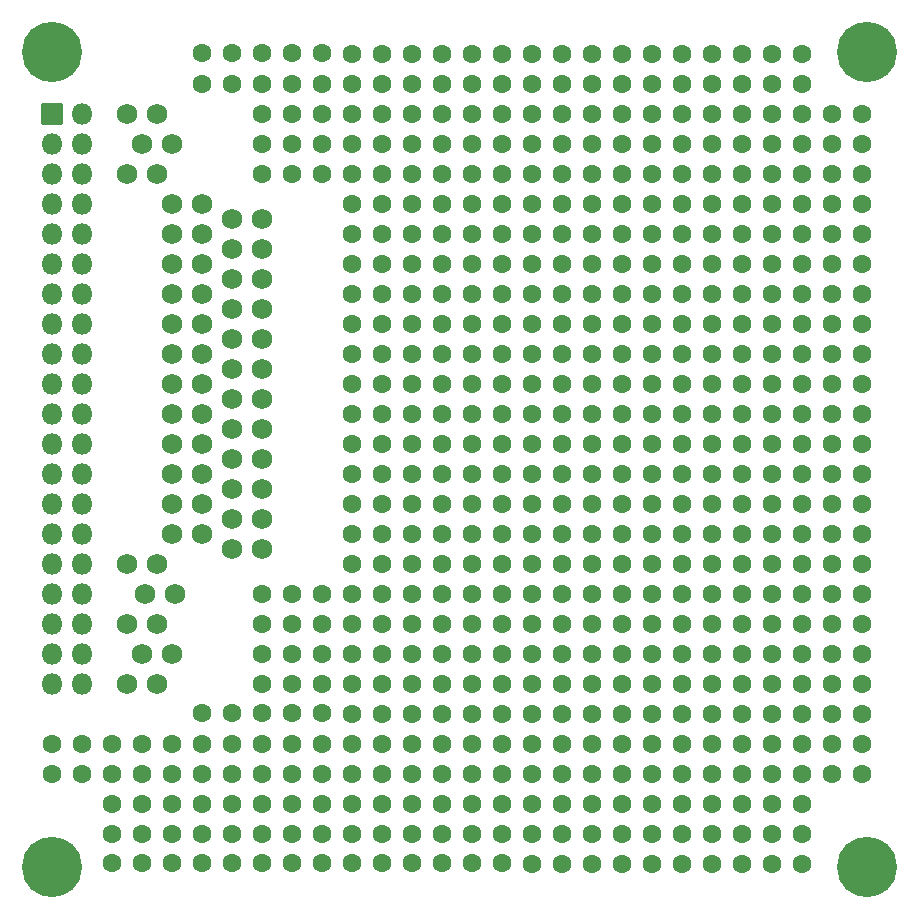
<source format=gbr>
%TF.GenerationSoftware,KiCad,Pcbnew,(6.0.1)*%
%TF.CreationDate,2023-02-05T21:11:55-08:00*%
%TF.ProjectId,ESP32 Carrier Protoboard - R1,45535033-3220-4436-9172-726965722050,rev?*%
%TF.SameCoordinates,Original*%
%TF.FileFunction,Soldermask,Bot*%
%TF.FilePolarity,Negative*%
%FSLAX46Y46*%
G04 Gerber Fmt 4.6, Leading zero omitted, Abs format (unit mm)*
G04 Created by KiCad (PCBNEW (6.0.1)) date 2023-02-05 21:11:55*
%MOMM*%
%LPD*%
G01*
G04 APERTURE LIST*
G04 Aperture macros list*
%AMRoundRect*
0 Rectangle with rounded corners*
0 $1 Rounding radius*
0 $2 $3 $4 $5 $6 $7 $8 $9 X,Y pos of 4 corners*
0 Add a 4 corners polygon primitive as box body*
4,1,4,$2,$3,$4,$5,$6,$7,$8,$9,$2,$3,0*
0 Add four circle primitives for the rounded corners*
1,1,$1+$1,$2,$3*
1,1,$1+$1,$4,$5*
1,1,$1+$1,$6,$7*
1,1,$1+$1,$8,$9*
0 Add four rect primitives between the rounded corners*
20,1,$1+$1,$2,$3,$4,$5,0*
20,1,$1+$1,$4,$5,$6,$7,0*
20,1,$1+$1,$6,$7,$8,$9,0*
20,1,$1+$1,$8,$9,$2,$3,0*%
G04 Aperture macros list end*
%ADD10C,1.600000*%
%ADD11C,1.751000*%
%ADD12C,0.900000*%
%ADD13C,5.100000*%
%ADD14RoundRect,0.050000X-0.850000X-0.850000X0.850000X-0.850000X0.850000X0.850000X-0.850000X0.850000X0*%
%ADD15O,1.800000X1.800000*%
G04 APERTURE END LIST*
D10*
%TO.C,REF\u002A\u002A*%
X63974988Y-3153100D03*
%TD*%
%TO.C,REF\u002A\u002A*%
X58894988Y-3153100D03*
%TD*%
%TO.C,REF\u002A\u002A*%
X66514988Y-3153100D03*
%TD*%
%TO.C,REF\u002A\u002A*%
X61434988Y-3153100D03*
%TD*%
%TO.C,REF\u002A\u002A*%
X63974988Y-5693100D03*
%TD*%
%TO.C,REF\u002A\u002A*%
X58894988Y-5693100D03*
%TD*%
%TO.C,REF\u002A\u002A*%
X66514988Y-5693100D03*
%TD*%
%TO.C,REF\u002A\u002A*%
X61434988Y-5693100D03*
%TD*%
%TO.C,REF\u002A\u002A*%
X18218699Y-3121725D03*
%TD*%
%TO.C,REF\u002A\u002A*%
X23298699Y-3121725D03*
%TD*%
%TO.C,REF\u002A\u002A*%
X15678699Y-3121725D03*
%TD*%
%TO.C,REF\u002A\u002A*%
X20758699Y-3121725D03*
%TD*%
%TO.C,REF\u002A\u002A*%
X25838699Y-3121725D03*
%TD*%
%TO.C,REF\u002A\u002A*%
X18254988Y-5693100D03*
%TD*%
%TO.C,REF\u002A\u002A*%
X23334988Y-5693100D03*
%TD*%
%TO.C,REF\u002A\u002A*%
X15714988Y-5693100D03*
%TD*%
%TO.C,REF\u002A\u002A*%
X20794988Y-5693100D03*
%TD*%
%TO.C,REF\u002A\u002A*%
X25874988Y-5693100D03*
%TD*%
%TO.C,REF\u002A\u002A*%
X20758699Y-8212925D03*
%TD*%
%TO.C,REF\u002A\u002A*%
X23298699Y-8212925D03*
%TD*%
%TO.C,REF\u002A\u002A*%
X25838699Y-8212925D03*
%TD*%
%TO.C,REF\u002A\u002A*%
X20758699Y-10745127D03*
%TD*%
%TO.C,REF\u002A\u002A*%
X23298699Y-10745127D03*
%TD*%
%TO.C,REF\u002A\u002A*%
X25838699Y-10745127D03*
%TD*%
%TO.C,REF\u002A\u002A*%
X20794988Y-13313100D03*
%TD*%
%TO.C,REF\u002A\u002A*%
X23334988Y-13313100D03*
%TD*%
%TO.C,REF\u002A\u002A*%
X25874988Y-13313100D03*
%TD*%
%TO.C,REF\u002A\u002A*%
X20794988Y-48873100D03*
%TD*%
%TO.C,REF\u002A\u002A*%
X23334988Y-48873100D03*
%TD*%
%TO.C,REF\u002A\u002A*%
X25874988Y-48873100D03*
%TD*%
%TO.C,REF\u002A\u002A*%
X20794988Y-51413100D03*
%TD*%
%TO.C,REF\u002A\u002A*%
X23334988Y-51413100D03*
%TD*%
%TO.C,REF\u002A\u002A*%
X25874988Y-51413100D03*
%TD*%
%TO.C,REF\u002A\u002A*%
X20794988Y-53953100D03*
%TD*%
%TO.C,REF\u002A\u002A*%
X23334988Y-53953100D03*
%TD*%
%TO.C,REF\u002A\u002A*%
X25874988Y-53953100D03*
%TD*%
%TO.C,REF\u002A\u002A*%
X20794988Y-56493100D03*
%TD*%
%TO.C,REF\u002A\u002A*%
X23334988Y-56493100D03*
%TD*%
%TO.C,REF\u002A\u002A*%
X25874988Y-56493100D03*
%TD*%
%TO.C,REF\u002A\u002A*%
X10634988Y-61573100D03*
%TD*%
%TO.C,REF\u002A\u002A*%
X8094988Y-61573100D03*
%TD*%
%TO.C,REF\u002A\u002A*%
X5554988Y-61573100D03*
%TD*%
%TO.C,REF\u002A\u002A*%
X3014988Y-61573100D03*
%TD*%
%TO.C,REF\u002A\u002A*%
X13174988Y-61573100D03*
%TD*%
%TO.C,REF\u002A\u002A*%
X10634988Y-64113100D03*
%TD*%
%TO.C,REF\u002A\u002A*%
X8094988Y-64113100D03*
%TD*%
%TO.C,REF\u002A\u002A*%
X5554988Y-64113100D03*
%TD*%
%TO.C,REF\u002A\u002A*%
X3014988Y-64113100D03*
%TD*%
%TO.C,REF\u002A\u002A*%
X13174988Y-64113100D03*
%TD*%
%TO.C,REF\u002A\u002A*%
X23303165Y-58950754D03*
%TD*%
%TO.C,REF\u002A\u002A*%
X20763165Y-58950754D03*
%TD*%
%TO.C,REF\u002A\u002A*%
X18223165Y-58950754D03*
%TD*%
%TO.C,REF\u002A\u002A*%
X15683165Y-58950754D03*
%TD*%
%TO.C,REF\u002A\u002A*%
X25843165Y-58950754D03*
%TD*%
%TO.C,REF\u002A\u002A*%
X23334988Y-61573100D03*
%TD*%
%TO.C,REF\u002A\u002A*%
X20794988Y-61573100D03*
%TD*%
%TO.C,REF\u002A\u002A*%
X18254988Y-61573100D03*
%TD*%
%TO.C,REF\u002A\u002A*%
X15714988Y-61573100D03*
%TD*%
%TO.C,REF\u002A\u002A*%
X25874988Y-61573100D03*
%TD*%
%TO.C,REF\u002A\u002A*%
X23334988Y-64113100D03*
%TD*%
%TO.C,REF\u002A\u002A*%
X20794988Y-64113100D03*
%TD*%
%TO.C,REF\u002A\u002A*%
X18254988Y-64113100D03*
%TD*%
%TO.C,REF\u002A\u002A*%
X15714988Y-64113100D03*
%TD*%
%TO.C,REF\u002A\u002A*%
X25874988Y-64113100D03*
%TD*%
%TO.C,REF\u002A\u002A*%
X56354988Y-3153100D03*
%TD*%
%TO.C,REF\u002A\u002A*%
X43654988Y-3153100D03*
%TD*%
%TO.C,REF\u002A\u002A*%
X46194988Y-5693100D03*
%TD*%
%TO.C,REF\u002A\u002A*%
X43654988Y-5693100D03*
%TD*%
%TO.C,REF\u002A\u002A*%
X46194988Y-3153100D03*
%TD*%
%TO.C,REF\u002A\u002A*%
X48734988Y-5693100D03*
%TD*%
%TO.C,REF\u002A\u002A*%
X51274988Y-3153100D03*
%TD*%
%TO.C,REF\u002A\u002A*%
X48734988Y-3153100D03*
%TD*%
%TO.C,REF\u002A\u002A*%
X53814988Y-5693100D03*
%TD*%
%TO.C,REF\u002A\u002A*%
X51274988Y-5693100D03*
%TD*%
%TO.C,REF\u002A\u002A*%
X56354988Y-5693100D03*
%TD*%
%TO.C,REF\u002A\u002A*%
X53814988Y-3153100D03*
%TD*%
%TO.C,REF\u002A\u002A*%
X30954988Y-3153100D03*
%TD*%
%TO.C,REF\u002A\u002A*%
X33494988Y-5693100D03*
%TD*%
%TO.C,REF\u002A\u002A*%
X41114988Y-3153100D03*
%TD*%
%TO.C,REF\u002A\u002A*%
X30954988Y-5693100D03*
%TD*%
%TO.C,REF\u002A\u002A*%
X38574988Y-5693100D03*
%TD*%
%TO.C,REF\u002A\u002A*%
X33494988Y-3153100D03*
%TD*%
%TO.C,REF\u002A\u002A*%
X28414988Y-3153100D03*
%TD*%
%TO.C,REF\u002A\u002A*%
X28414988Y-5693100D03*
%TD*%
%TO.C,REF\u002A\u002A*%
X36034988Y-3153100D03*
%TD*%
%TO.C,REF\u002A\u002A*%
X41114988Y-5693100D03*
%TD*%
%TO.C,REF\u002A\u002A*%
X38574988Y-3153100D03*
%TD*%
%TO.C,REF\u002A\u002A*%
X36034988Y-5693100D03*
%TD*%
%TO.C,REF\u002A\u002A*%
X33494988Y-64113100D03*
%TD*%
%TO.C,REF\u002A\u002A*%
X36034988Y-64113100D03*
%TD*%
%TO.C,REF\u002A\u002A*%
X38574988Y-64113100D03*
%TD*%
%TO.C,REF\u002A\u002A*%
X28414988Y-64113100D03*
%TD*%
%TO.C,REF\u002A\u002A*%
X30954988Y-64113100D03*
%TD*%
%TO.C,REF\u002A\u002A*%
X41114988Y-64113100D03*
%TD*%
%TO.C,REF\u002A\u002A*%
X69054988Y-64113100D03*
%TD*%
%TO.C,REF\u002A\u002A*%
X51274988Y-64113100D03*
%TD*%
%TO.C,REF\u002A\u002A*%
X48734988Y-64113100D03*
%TD*%
%TO.C,REF\u002A\u002A*%
X58894988Y-64113100D03*
%TD*%
%TO.C,REF\u002A\u002A*%
X53814988Y-64113100D03*
%TD*%
%TO.C,REF\u002A\u002A*%
X71594988Y-64113100D03*
%TD*%
%TO.C,REF\u002A\u002A*%
X66514988Y-64113100D03*
%TD*%
%TO.C,REF\u002A\u002A*%
X46194988Y-64113100D03*
%TD*%
%TO.C,REF\u002A\u002A*%
X61434988Y-64113100D03*
%TD*%
%TO.C,REF\u002A\u002A*%
X63974988Y-64113100D03*
%TD*%
%TO.C,REF\u002A\u002A*%
X43654988Y-64113100D03*
%TD*%
%TO.C,REF\u002A\u002A*%
X56354988Y-64113100D03*
%TD*%
%TO.C,REF\u002A\u002A*%
X41114988Y-8233100D03*
%TD*%
%TO.C,REF\u002A\u002A*%
X28414988Y-8233100D03*
%TD*%
%TO.C,REF\u002A\u002A*%
X30954988Y-10773100D03*
%TD*%
%TO.C,REF\u002A\u002A*%
X28414988Y-10773100D03*
%TD*%
%TO.C,REF\u002A\u002A*%
X30954988Y-8233100D03*
%TD*%
%TO.C,REF\u002A\u002A*%
X33494988Y-10773100D03*
%TD*%
%TO.C,REF\u002A\u002A*%
X36034988Y-8233100D03*
%TD*%
%TO.C,REF\u002A\u002A*%
X33494988Y-8233100D03*
%TD*%
%TO.C,REF\u002A\u002A*%
X38574988Y-10773100D03*
%TD*%
%TO.C,REF\u002A\u002A*%
X33494988Y-23473100D03*
%TD*%
%TO.C,REF\u002A\u002A*%
X41114988Y-23473100D03*
%TD*%
%TO.C,REF\u002A\u002A*%
X30954988Y-18393100D03*
%TD*%
%TO.C,REF\u002A\u002A*%
X33494988Y-20933100D03*
%TD*%
%TO.C,REF\u002A\u002A*%
X38574988Y-23473100D03*
%TD*%
%TO.C,REF\u002A\u002A*%
X41114988Y-13313100D03*
%TD*%
%TO.C,REF\u002A\u002A*%
X36034988Y-10773100D03*
%TD*%
%TO.C,REF\u002A\u002A*%
X41114988Y-10773100D03*
%TD*%
%TO.C,REF\u002A\u002A*%
X38574988Y-8233100D03*
%TD*%
%TO.C,REF\u002A\u002A*%
X38574988Y-18393100D03*
%TD*%
%TO.C,REF\u002A\u002A*%
X41114988Y-20933100D03*
%TD*%
%TO.C,REF\u002A\u002A*%
X36034988Y-23473100D03*
%TD*%
%TO.C,REF\u002A\u002A*%
X30954988Y-15853100D03*
%TD*%
%TO.C,REF\u002A\u002A*%
X28414988Y-13313100D03*
%TD*%
%TO.C,REF\u002A\u002A*%
X30954988Y-20933100D03*
%TD*%
%TO.C,REF\u002A\u002A*%
X36034988Y-15853100D03*
%TD*%
%TO.C,REF\u002A\u002A*%
X28414988Y-20933100D03*
%TD*%
%TO.C,REF\u002A\u002A*%
X33494988Y-18393100D03*
%TD*%
%TO.C,REF\u002A\u002A*%
X28414988Y-15853100D03*
%TD*%
%TO.C,REF\u002A\u002A*%
X36034988Y-20933100D03*
%TD*%
%TO.C,REF\u002A\u002A*%
X30954988Y-13313100D03*
%TD*%
%TO.C,REF\u002A\u002A*%
X38574988Y-20933100D03*
%TD*%
%TO.C,REF\u002A\u002A*%
X28414988Y-23473100D03*
%TD*%
%TO.C,REF\u002A\u002A*%
X41114988Y-15853100D03*
%TD*%
%TO.C,REF\u002A\u002A*%
X30954988Y-23473100D03*
%TD*%
%TO.C,REF\u002A\u002A*%
X33494988Y-15853100D03*
%TD*%
%TO.C,REF\u002A\u002A*%
X41114988Y-18393100D03*
%TD*%
%TO.C,REF\u002A\u002A*%
X38574988Y-13313100D03*
%TD*%
%TO.C,REF\u002A\u002A*%
X33494988Y-13313100D03*
%TD*%
%TO.C,REF\u002A\u002A*%
X36034988Y-13313100D03*
%TD*%
%TO.C,REF\u002A\u002A*%
X28414988Y-18393100D03*
%TD*%
%TO.C,REF\u002A\u002A*%
X38574988Y-15853100D03*
%TD*%
%TO.C,REF\u002A\u002A*%
X36034988Y-18393100D03*
%TD*%
%TO.C,REF\u002A\u002A*%
X33494988Y-36173100D03*
%TD*%
%TO.C,REF\u002A\u002A*%
X30954988Y-31093100D03*
%TD*%
%TO.C,REF\u002A\u002A*%
X33494988Y-46333100D03*
%TD*%
%TO.C,REF\u002A\u002A*%
X38574988Y-41253100D03*
%TD*%
%TO.C,REF\u002A\u002A*%
X41114988Y-48873100D03*
%TD*%
%TO.C,REF\u002A\u002A*%
X38574988Y-36173100D03*
%TD*%
%TO.C,REF\u002A\u002A*%
X41114988Y-36173100D03*
%TD*%
%TO.C,REF\u002A\u002A*%
X30954988Y-43793100D03*
%TD*%
%TO.C,REF\u002A\u002A*%
X41114988Y-53953100D03*
%TD*%
%TO.C,REF\u002A\u002A*%
X33494988Y-33633100D03*
%TD*%
%TO.C,REF\u002A\u002A*%
X36034988Y-46333100D03*
%TD*%
%TO.C,REF\u002A\u002A*%
X28414988Y-43793100D03*
%TD*%
%TO.C,REF\u002A\u002A*%
X41114988Y-26013100D03*
%TD*%
%TO.C,REF\u002A\u002A*%
X36034988Y-43793100D03*
%TD*%
%TO.C,REF\u002A\u002A*%
X36034988Y-51413100D03*
%TD*%
%TO.C,REF\u002A\u002A*%
X30954988Y-46333100D03*
%TD*%
%TO.C,REF\u002A\u002A*%
X41114988Y-38713100D03*
%TD*%
%TO.C,REF\u002A\u002A*%
X36034988Y-48873100D03*
%TD*%
%TO.C,REF\u002A\u002A*%
X30954988Y-51413100D03*
%TD*%
%TO.C,REF\u002A\u002A*%
X41114988Y-46333100D03*
%TD*%
%TO.C,REF\u002A\u002A*%
X33494988Y-43793100D03*
%TD*%
%TO.C,REF\u002A\u002A*%
X33494988Y-59033100D03*
%TD*%
%TO.C,REF\u002A\u002A*%
X33494988Y-53953100D03*
%TD*%
%TO.C,REF\u002A\u002A*%
X28414988Y-51413100D03*
%TD*%
%TO.C,REF\u002A\u002A*%
X38574988Y-31093100D03*
%TD*%
%TO.C,REF\u002A\u002A*%
X38574988Y-51413100D03*
%TD*%
%TO.C,REF\u002A\u002A*%
X36034988Y-61573100D03*
%TD*%
%TO.C,REF\u002A\u002A*%
X33494988Y-61573100D03*
%TD*%
%TO.C,REF\u002A\u002A*%
X30954988Y-36173100D03*
%TD*%
%TO.C,REF\u002A\u002A*%
X41114988Y-33633100D03*
%TD*%
%TO.C,REF\u002A\u002A*%
X28414988Y-41253100D03*
%TD*%
%TO.C,REF\u002A\u002A*%
X28414988Y-28553100D03*
%TD*%
%TO.C,REF\u002A\u002A*%
X28414988Y-36173100D03*
%TD*%
%TO.C,REF\u002A\u002A*%
X41114988Y-28553100D03*
%TD*%
%TO.C,REF\u002A\u002A*%
X30954988Y-33633100D03*
%TD*%
%TO.C,REF\u002A\u002A*%
X30954988Y-59033100D03*
%TD*%
%TO.C,REF\u002A\u002A*%
X36034988Y-36173100D03*
%TD*%
%TO.C,REF\u002A\u002A*%
X30954988Y-56493100D03*
%TD*%
%TO.C,REF\u002A\u002A*%
X30954988Y-53953100D03*
%TD*%
%TO.C,REF\u002A\u002A*%
X41114988Y-51413100D03*
%TD*%
%TO.C,REF\u002A\u002A*%
X30954988Y-38713100D03*
%TD*%
%TO.C,REF\u002A\u002A*%
X38574988Y-46333100D03*
%TD*%
%TO.C,REF\u002A\u002A*%
X36034988Y-33633100D03*
%TD*%
%TO.C,REF\u002A\u002A*%
X30954988Y-26013100D03*
%TD*%
%TO.C,REF\u002A\u002A*%
X36034988Y-59033100D03*
%TD*%
%TO.C,REF\u002A\u002A*%
X38574988Y-48873100D03*
%TD*%
%TO.C,REF\u002A\u002A*%
X30954988Y-41253100D03*
%TD*%
%TO.C,REF\u002A\u002A*%
X36034988Y-28553100D03*
%TD*%
%TO.C,REF\u002A\u002A*%
X38574988Y-61573100D03*
%TD*%
%TO.C,REF\u002A\u002A*%
X33494988Y-28553100D03*
%TD*%
%TO.C,REF\u002A\u002A*%
X28414988Y-59033100D03*
%TD*%
%TO.C,REF\u002A\u002A*%
X38574988Y-59033100D03*
%TD*%
%TO.C,REF\u002A\u002A*%
X33494988Y-48873100D03*
%TD*%
%TO.C,REF\u002A\u002A*%
X30954988Y-28553100D03*
%TD*%
%TO.C,REF\u002A\u002A*%
X36034988Y-56493100D03*
%TD*%
%TO.C,REF\u002A\u002A*%
X41114988Y-41253100D03*
%TD*%
%TO.C,REF\u002A\u002A*%
X36034988Y-41253100D03*
%TD*%
%TO.C,REF\u002A\u002A*%
X41114988Y-43793100D03*
%TD*%
%TO.C,REF\u002A\u002A*%
X28414988Y-56493100D03*
%TD*%
%TO.C,REF\u002A\u002A*%
X33494988Y-31093100D03*
%TD*%
%TO.C,REF\u002A\u002A*%
X33494988Y-51413100D03*
%TD*%
%TO.C,REF\u002A\u002A*%
X38574988Y-56493100D03*
%TD*%
%TO.C,REF\u002A\u002A*%
X33494988Y-41253100D03*
%TD*%
%TO.C,REF\u002A\u002A*%
X38574988Y-33633100D03*
%TD*%
%TO.C,REF\u002A\u002A*%
X28414988Y-33633100D03*
%TD*%
%TO.C,REF\u002A\u002A*%
X33494988Y-38713100D03*
%TD*%
%TO.C,REF\u002A\u002A*%
X28414988Y-38713100D03*
%TD*%
%TO.C,REF\u002A\u002A*%
X28414988Y-46333100D03*
%TD*%
%TO.C,REF\u002A\u002A*%
X28414988Y-26013100D03*
%TD*%
%TO.C,REF\u002A\u002A*%
X30954988Y-61573100D03*
%TD*%
%TO.C,REF\u002A\u002A*%
X28414988Y-48873100D03*
%TD*%
%TO.C,REF\u002A\u002A*%
X33494988Y-56493100D03*
%TD*%
%TO.C,REF\u002A\u002A*%
X28414988Y-53953100D03*
%TD*%
%TO.C,REF\u002A\u002A*%
X41114988Y-31093100D03*
%TD*%
%TO.C,REF\u002A\u002A*%
X38574988Y-28553100D03*
%TD*%
%TO.C,REF\u002A\u002A*%
X41114988Y-56493100D03*
%TD*%
%TO.C,REF\u002A\u002A*%
X38574988Y-43793100D03*
%TD*%
%TO.C,REF\u002A\u002A*%
X36034988Y-26013100D03*
%TD*%
%TO.C,REF\u002A\u002A*%
X36034988Y-38713100D03*
%TD*%
%TO.C,REF\u002A\u002A*%
X38574988Y-38713100D03*
%TD*%
%TO.C,REF\u002A\u002A*%
X28414988Y-31093100D03*
%TD*%
%TO.C,REF\u002A\u002A*%
X28414988Y-61573100D03*
%TD*%
%TO.C,REF\u002A\u002A*%
X30954988Y-48873100D03*
%TD*%
%TO.C,REF\u002A\u002A*%
X41114988Y-61573100D03*
%TD*%
%TO.C,REF\u002A\u002A*%
X36034988Y-53953100D03*
%TD*%
%TO.C,REF\u002A\u002A*%
X38574988Y-26013100D03*
%TD*%
%TO.C,REF\u002A\u002A*%
X41114988Y-59033100D03*
%TD*%
%TO.C,REF\u002A\u002A*%
X33494988Y-26013100D03*
%TD*%
%TO.C,REF\u002A\u002A*%
X36034988Y-31093100D03*
%TD*%
%TO.C,REF\u002A\u002A*%
X38574988Y-53953100D03*
%TD*%
%TO.C,REF\u002A\u002A*%
X63974988Y-8233100D03*
%TD*%
%TO.C,REF\u002A\u002A*%
X56354988Y-8233100D03*
%TD*%
%TO.C,REF\u002A\u002A*%
X69054988Y-8233100D03*
%TD*%
%TO.C,REF\u002A\u002A*%
X69054988Y-10773100D03*
%TD*%
%TO.C,REF\u002A\u002A*%
X71594988Y-10773100D03*
%TD*%
%TO.C,REF\u002A\u002A*%
X61434988Y-10773100D03*
%TD*%
%TO.C,REF\u002A\u002A*%
X61434988Y-8233100D03*
%TD*%
%TO.C,REF\u002A\u002A*%
X58894988Y-8233100D03*
%TD*%
%TO.C,REF\u002A\u002A*%
X46194988Y-10773100D03*
%TD*%
%TO.C,REF\u002A\u002A*%
X43654988Y-8233100D03*
%TD*%
%TO.C,REF\u002A\u002A*%
X66514988Y-8233100D03*
%TD*%
%TO.C,REF\u002A\u002A*%
X58894988Y-10773100D03*
%TD*%
%TO.C,REF\u002A\u002A*%
X51274988Y-10773100D03*
%TD*%
%TO.C,REF\u002A\u002A*%
X63974988Y-10773100D03*
%TD*%
%TO.C,REF\u002A\u002A*%
X43654988Y-10773100D03*
%TD*%
%TO.C,REF\u002A\u002A*%
X46194988Y-8233100D03*
%TD*%
%TO.C,REF\u002A\u002A*%
X56354988Y-10773100D03*
%TD*%
%TO.C,REF\u002A\u002A*%
X48734988Y-10773100D03*
%TD*%
%TO.C,REF\u002A\u002A*%
X53814988Y-8233100D03*
%TD*%
%TO.C,REF\u002A\u002A*%
X48734988Y-8233100D03*
%TD*%
%TO.C,REF\u002A\u002A*%
X51274988Y-8233100D03*
%TD*%
%TO.C,REF\u002A\u002A*%
X71594988Y-8233100D03*
%TD*%
%TO.C,REF\u002A\u002A*%
X66514988Y-10773100D03*
%TD*%
%TO.C,REF\u002A\u002A*%
X53814988Y-10773100D03*
%TD*%
%TO.C,REF\u002A\u002A*%
X66514988Y-18393100D03*
%TD*%
%TO.C,REF\u002A\u002A*%
X48734988Y-23473100D03*
%TD*%
%TO.C,REF\u002A\u002A*%
X46194988Y-18393100D03*
%TD*%
%TO.C,REF\u002A\u002A*%
X63974988Y-13313100D03*
%TD*%
%TO.C,REF\u002A\u002A*%
X53814988Y-23473100D03*
%TD*%
%TO.C,REF\u002A\u002A*%
X56354988Y-23473100D03*
%TD*%
%TO.C,REF\u002A\u002A*%
X66514988Y-23473100D03*
%TD*%
%TO.C,REF\u002A\u002A*%
X63974988Y-18393100D03*
%TD*%
%TO.C,REF\u002A\u002A*%
X69054988Y-15853100D03*
%TD*%
%TO.C,REF\u002A\u002A*%
X61434988Y-18393100D03*
%TD*%
%TO.C,REF\u002A\u002A*%
X48734988Y-20933100D03*
%TD*%
%TO.C,REF\u002A\u002A*%
X71594988Y-18393100D03*
%TD*%
%TO.C,REF\u002A\u002A*%
X56354988Y-13313100D03*
%TD*%
%TO.C,REF\u002A\u002A*%
X61434988Y-23473100D03*
%TD*%
%TO.C,REF\u002A\u002A*%
X69054988Y-13313100D03*
%TD*%
%TO.C,REF\u002A\u002A*%
X58894988Y-18393100D03*
%TD*%
%TO.C,REF\u002A\u002A*%
X53814988Y-18393100D03*
%TD*%
%TO.C,REF\u002A\u002A*%
X63974988Y-20933100D03*
%TD*%
%TO.C,REF\u002A\u002A*%
X71594988Y-15853100D03*
%TD*%
%TO.C,REF\u002A\u002A*%
X66514988Y-20933100D03*
%TD*%
%TO.C,REF\u002A\u002A*%
X61434988Y-15853100D03*
%TD*%
%TO.C,REF\u002A\u002A*%
X46194988Y-23473100D03*
%TD*%
%TO.C,REF\u002A\u002A*%
X61434988Y-13313100D03*
%TD*%
%TO.C,REF\u002A\u002A*%
X56354988Y-20933100D03*
%TD*%
%TO.C,REF\u002A\u002A*%
X43654988Y-15853100D03*
%TD*%
%TO.C,REF\u002A\u002A*%
X58894988Y-15853100D03*
%TD*%
%TO.C,REF\u002A\u002A*%
X43654988Y-23473100D03*
%TD*%
%TO.C,REF\u002A\u002A*%
X56354988Y-15853100D03*
%TD*%
%TO.C,REF\u002A\u002A*%
X46194988Y-20933100D03*
%TD*%
%TO.C,REF\u002A\u002A*%
X58894988Y-20933100D03*
%TD*%
%TO.C,REF\u002A\u002A*%
X51274988Y-23473100D03*
%TD*%
%TO.C,REF\u002A\u002A*%
X69054988Y-23473100D03*
%TD*%
%TO.C,REF\u002A\u002A*%
X51274988Y-20933100D03*
%TD*%
%TO.C,REF\u002A\u002A*%
X46194988Y-13313100D03*
%TD*%
%TO.C,REF\u002A\u002A*%
X51274988Y-15853100D03*
%TD*%
%TO.C,REF\u002A\u002A*%
X71594988Y-23473100D03*
%TD*%
%TO.C,REF\u002A\u002A*%
X71594988Y-20933100D03*
%TD*%
%TO.C,REF\u002A\u002A*%
X48734988Y-15853100D03*
%TD*%
%TO.C,REF\u002A\u002A*%
X58894988Y-13313100D03*
%TD*%
%TO.C,REF\u002A\u002A*%
X46194988Y-15853100D03*
%TD*%
%TO.C,REF\u002A\u002A*%
X66514988Y-13313100D03*
%TD*%
%TO.C,REF\u002A\u002A*%
X48734988Y-18393100D03*
%TD*%
%TO.C,REF\u002A\u002A*%
X53814988Y-20933100D03*
%TD*%
%TO.C,REF\u002A\u002A*%
X43654988Y-20933100D03*
%TD*%
%TO.C,REF\u002A\u002A*%
X43654988Y-13313100D03*
%TD*%
%TO.C,REF\u002A\u002A*%
X63974988Y-15853100D03*
%TD*%
%TO.C,REF\u002A\u002A*%
X61434988Y-20933100D03*
%TD*%
%TO.C,REF\u002A\u002A*%
X56354988Y-18393100D03*
%TD*%
%TO.C,REF\u002A\u002A*%
X53814988Y-15853100D03*
%TD*%
%TO.C,REF\u002A\u002A*%
X58894988Y-23473100D03*
%TD*%
%TO.C,REF\u002A\u002A*%
X69054988Y-20933100D03*
%TD*%
%TO.C,REF\u002A\u002A*%
X51274988Y-13313100D03*
%TD*%
%TO.C,REF\u002A\u002A*%
X43654988Y-18393100D03*
%TD*%
%TO.C,REF\u002A\u002A*%
X71594988Y-13313100D03*
%TD*%
%TO.C,REF\u002A\u002A*%
X53814988Y-13313100D03*
%TD*%
%TO.C,REF\u002A\u002A*%
X66514988Y-15853100D03*
%TD*%
%TO.C,REF\u002A\u002A*%
X63974988Y-23473100D03*
%TD*%
%TO.C,REF\u002A\u002A*%
X48734988Y-13313100D03*
%TD*%
%TO.C,REF\u002A\u002A*%
X51274988Y-18393100D03*
%TD*%
%TO.C,REF\u002A\u002A*%
X69054988Y-18393100D03*
%TD*%
%TO.C,REF\u002A\u002A*%
X66514988Y-31093100D03*
%TD*%
%TO.C,REF\u002A\u002A*%
X48734988Y-36173100D03*
%TD*%
%TO.C,REF\u002A\u002A*%
X46194988Y-31093100D03*
%TD*%
%TO.C,REF\u002A\u002A*%
X48734988Y-46333100D03*
%TD*%
%TO.C,REF\u002A\u002A*%
X63974988Y-26013100D03*
%TD*%
%TO.C,REF\u002A\u002A*%
X53814988Y-36173100D03*
%TD*%
%TO.C,REF\u002A\u002A*%
X63974988Y-56493100D03*
%TD*%
%TO.C,REF\u002A\u002A*%
X56354988Y-26013100D03*
%TD*%
%TO.C,REF\u002A\u002A*%
X63974988Y-31093100D03*
%TD*%
%TO.C,REF\u002A\u002A*%
X56354988Y-48873100D03*
%TD*%
%TO.C,REF\u002A\u002A*%
X69054988Y-28553100D03*
%TD*%
%TO.C,REF\u002A\u002A*%
X63974988Y-38713100D03*
%TD*%
%TO.C,REF\u002A\u002A*%
X56354988Y-36173100D03*
%TD*%
%TO.C,REF\u002A\u002A*%
X66514988Y-36173100D03*
%TD*%
%TO.C,REF\u002A\u002A*%
X71594988Y-53953100D03*
%TD*%
%TO.C,REF\u002A\u002A*%
X46194988Y-43793100D03*
%TD*%
%TO.C,REF\u002A\u002A*%
X43654988Y-43793100D03*
%TD*%
%TO.C,REF\u002A\u002A*%
X56354988Y-53953100D03*
%TD*%
%TO.C,REF\u002A\u002A*%
X48734988Y-33633100D03*
%TD*%
%TO.C,REF\u002A\u002A*%
X53814988Y-41253100D03*
%TD*%
%TO.C,REF\u002A\u002A*%
X71594988Y-31093100D03*
%TD*%
%TO.C,REF\u002A\u002A*%
X63974988Y-41253100D03*
%TD*%
%TO.C,REF\u002A\u002A*%
X51274988Y-43793100D03*
%TD*%
%TO.C,REF\u002A\u002A*%
X66514988Y-59033100D03*
%TD*%
%TO.C,REF\u002A\u002A*%
X51274988Y-46333100D03*
%TD*%
%TO.C,REF\u002A\u002A*%
X61434988Y-31093100D03*
%TD*%
%TO.C,REF\u002A\u002A*%
X63974988Y-33633100D03*
%TD*%
%TO.C,REF\u002A\u002A*%
X51274988Y-51413100D03*
%TD*%
%TO.C,REF\u002A\u002A*%
X53814988Y-51413100D03*
%TD*%
%TO.C,REF\u002A\u002A*%
X63974988Y-51413100D03*
%TD*%
%TO.C,REF\u002A\u002A*%
X71594988Y-28553100D03*
%TD*%
%TO.C,REF\u002A\u002A*%
X56354988Y-46333100D03*
%TD*%
%TO.C,REF\u002A\u002A*%
X61434988Y-36173100D03*
%TD*%
%TO.C,REF\u002A\u002A*%
X43654988Y-51413100D03*
%TD*%
%TO.C,REF\u002A\u002A*%
X48734988Y-43793100D03*
%TD*%
%TO.C,REF\u002A\u002A*%
X71594988Y-48873100D03*
%TD*%
%TO.C,REF\u002A\u002A*%
X58894988Y-38713100D03*
%TD*%
%TO.C,REF\u002A\u002A*%
X69054988Y-61573100D03*
%TD*%
%TO.C,REF\u002A\u002A*%
X51274988Y-48873100D03*
%TD*%
%TO.C,REF\u002A\u002A*%
X58894988Y-31093100D03*
%TD*%
%TO.C,REF\u002A\u002A*%
X48734988Y-53953100D03*
%TD*%
%TO.C,REF\u002A\u002A*%
X58894988Y-48873100D03*
%TD*%
%TO.C,REF\u002A\u002A*%
X69054988Y-26013100D03*
%TD*%
%TO.C,REF\u002A\u002A*%
X56354988Y-38713100D03*
%TD*%
%TO.C,REF\u002A\u002A*%
X46194988Y-46333100D03*
%TD*%
%TO.C,REF\u002A\u002A*%
X51274988Y-61573100D03*
%TD*%
%TO.C,REF\u002A\u002A*%
X69054988Y-53953100D03*
%TD*%
%TO.C,REF\u002A\u002A*%
X48734988Y-59033100D03*
%TD*%
%TO.C,REF\u002A\u002A*%
X46194988Y-51413100D03*
%TD*%
%TO.C,REF\u002A\u002A*%
X58894988Y-53953100D03*
%TD*%
%TO.C,REF\u002A\u002A*%
X71594988Y-41253100D03*
%TD*%
%TO.C,REF\u002A\u002A*%
X53814988Y-31093100D03*
%TD*%
%TO.C,REF\u002A\u002A*%
X48734988Y-61573100D03*
%TD*%
%TO.C,REF\u002A\u002A*%
X61434988Y-28553100D03*
%TD*%
%TO.C,REF\u002A\u002A*%
X46194988Y-36173100D03*
%TD*%
%TO.C,REF\u002A\u002A*%
X61434988Y-48873100D03*
%TD*%
%TO.C,REF\u002A\u002A*%
X66514988Y-33633100D03*
%TD*%
%TO.C,REF\u002A\u002A*%
X46194988Y-56493100D03*
%TD*%
%TO.C,REF\u002A\u002A*%
X51274988Y-36173100D03*
%TD*%
%TO.C,REF\u002A\u002A*%
X61434988Y-26013100D03*
%TD*%
%TO.C,REF\u002A\u002A*%
X71594988Y-56493100D03*
%TD*%
%TO.C,REF\u002A\u002A*%
X69054988Y-56493100D03*
%TD*%
%TO.C,REF\u002A\u002A*%
X66514988Y-38713100D03*
%TD*%
%TO.C,REF\u002A\u002A*%
X46194988Y-38713100D03*
%TD*%
%TO.C,REF\u002A\u002A*%
X56354988Y-28553100D03*
%TD*%
%TO.C,REF\u002A\u002A*%
X66514988Y-41253100D03*
%TD*%
%TO.C,REF\u002A\u002A*%
X61434988Y-53953100D03*
%TD*%
%TO.C,REF\u002A\u002A*%
X46194988Y-33633100D03*
%TD*%
%TO.C,REF\u002A\u002A*%
X56354988Y-33633100D03*
%TD*%
%TO.C,REF\u002A\u002A*%
X69054988Y-36173100D03*
%TD*%
%TO.C,REF\u002A\u002A*%
X43654988Y-36173100D03*
%TD*%
%TO.C,REF\u002A\u002A*%
X53814988Y-46333100D03*
%TD*%
%TO.C,REF\u002A\u002A*%
X66514988Y-56493100D03*
%TD*%
%TO.C,REF\u002A\u002A*%
X46194988Y-59033100D03*
%TD*%
%TO.C,REF\u002A\u002A*%
X61434988Y-51413100D03*
%TD*%
%TO.C,REF\u002A\u002A*%
X51274988Y-33633100D03*
%TD*%
%TO.C,REF\u002A\u002A*%
X58894988Y-33633100D03*
%TD*%
%TO.C,REF\u002A\u002A*%
X61434988Y-38713100D03*
%TD*%
%TO.C,REF\u002A\u002A*%
X46194988Y-53953100D03*
%TD*%
%TO.C,REF\u002A\u002A*%
X61434988Y-43793100D03*
%TD*%
%TO.C,REF\u002A\u002A*%
X58894988Y-61573100D03*
%TD*%
%TO.C,REF\u002A\u002A*%
X43654988Y-41253100D03*
%TD*%
%TO.C,REF\u002A\u002A*%
X56354988Y-51413100D03*
%TD*%
%TO.C,REF\u002A\u002A*%
X69054988Y-41253100D03*
%TD*%
%TO.C,REF\u002A\u002A*%
X58894988Y-28553100D03*
%TD*%
%TO.C,REF\u002A\u002A*%
X43654988Y-28553100D03*
%TD*%
%TO.C,REF\u002A\u002A*%
X71594988Y-61573100D03*
%TD*%
%TO.C,REF\u002A\u002A*%
X46194988Y-26013100D03*
%TD*%
%TO.C,REF\u002A\u002A*%
X58894988Y-56493100D03*
%TD*%
%TO.C,REF\u002A\u002A*%
X51274988Y-59033100D03*
%TD*%
%TO.C,REF\u002A\u002A*%
X53814988Y-48873100D03*
%TD*%
%TO.C,REF\u002A\u002A*%
X51274988Y-28553100D03*
%TD*%
%TO.C,REF\u002A\u002A*%
X71594988Y-43793100D03*
%TD*%
%TO.C,REF\u002A\u002A*%
X48734988Y-48873100D03*
%TD*%
%TO.C,REF\u002A\u002A*%
X69054988Y-38713100D03*
%TD*%
%TO.C,REF\u002A\u002A*%
X53814988Y-59033100D03*
%TD*%
%TO.C,REF\u002A\u002A*%
X46194988Y-28553100D03*
%TD*%
%TO.C,REF\u002A\u002A*%
X69054988Y-46333100D03*
%TD*%
%TO.C,REF\u002A\u002A*%
X46194988Y-41253100D03*
%TD*%
%TO.C,REF\u002A\u002A*%
X66514988Y-51413100D03*
%TD*%
%TO.C,REF\u002A\u002A*%
X53814988Y-61573100D03*
%TD*%
%TO.C,REF\u002A\u002A*%
X63974988Y-43793100D03*
%TD*%
%TO.C,REF\u002A\u002A*%
X48734988Y-28553100D03*
%TD*%
%TO.C,REF\u002A\u002A*%
X71594988Y-36173100D03*
%TD*%
%TO.C,REF\u002A\u002A*%
X58894988Y-26013100D03*
%TD*%
%TO.C,REF\u002A\u002A*%
X69054988Y-51413100D03*
%TD*%
%TO.C,REF\u002A\u002A*%
X43654988Y-59033100D03*
%TD*%
%TO.C,REF\u002A\u002A*%
X58894988Y-59033100D03*
%TD*%
%TO.C,REF\u002A\u002A*%
X71594988Y-33633100D03*
%TD*%
%TO.C,REF\u002A\u002A*%
X51274988Y-53953100D03*
%TD*%
%TO.C,REF\u002A\u002A*%
X69054988Y-31093100D03*
%TD*%
%TO.C,REF\u002A\u002A*%
X51274988Y-31093100D03*
%TD*%
%TO.C,REF\u002A\u002A*%
X53814988Y-53953100D03*
%TD*%
%TO.C,REF\u002A\u002A*%
X48734988Y-26013100D03*
%TD*%
%TO.C,REF\u002A\u002A*%
X63974988Y-46333100D03*
%TD*%
%TO.C,REF\u002A\u002A*%
X53814988Y-26013100D03*
%TD*%
%TO.C,REF\u002A\u002A*%
X61434988Y-41253100D03*
%TD*%
%TO.C,REF\u002A\u002A*%
X66514988Y-28553100D03*
%TD*%
%TO.C,REF\u002A\u002A*%
X56354988Y-59033100D03*
%TD*%
%TO.C,REF\u002A\u002A*%
X71594988Y-26013100D03*
%TD*%
%TO.C,REF\u002A\u002A*%
X61434988Y-46333100D03*
%TD*%
%TO.C,REF\u002A\u002A*%
X63974988Y-36173100D03*
%TD*%
%TO.C,REF\u002A\u002A*%
X51274988Y-56493100D03*
%TD*%
%TO.C,REF\u002A\u002A*%
X56354988Y-41253100D03*
%TD*%
%TO.C,REF\u002A\u002A*%
X51274988Y-41253100D03*
%TD*%
%TO.C,REF\u002A\u002A*%
X56354988Y-43793100D03*
%TD*%
%TO.C,REF\u002A\u002A*%
X43654988Y-46333100D03*
%TD*%
%TO.C,REF\u002A\u002A*%
X66514988Y-43793100D03*
%TD*%
%TO.C,REF\u002A\u002A*%
X66514988Y-48873100D03*
%TD*%
%TO.C,REF\u002A\u002A*%
X66514988Y-26013100D03*
%TD*%
%TO.C,REF\u002A\u002A*%
X48734988Y-51413100D03*
%TD*%
%TO.C,REF\u002A\u002A*%
X53814988Y-33633100D03*
%TD*%
%TO.C,REF\u002A\u002A*%
X43654988Y-38713100D03*
%TD*%
%TO.C,REF\u002A\u002A*%
X66514988Y-53953100D03*
%TD*%
%TO.C,REF\u002A\u002A*%
X58894988Y-43793100D03*
%TD*%
%TO.C,REF\u002A\u002A*%
X53814988Y-56493100D03*
%TD*%
%TO.C,REF\u002A\u002A*%
X71594988Y-38713100D03*
%TD*%
%TO.C,REF\u002A\u002A*%
X48734988Y-41253100D03*
%TD*%
%TO.C,REF\u002A\u002A*%
X43654988Y-26013100D03*
%TD*%
%TO.C,REF\u002A\u002A*%
X63974988Y-53953100D03*
%TD*%
%TO.C,REF\u002A\u002A*%
X43654988Y-56493100D03*
%TD*%
%TO.C,REF\u002A\u002A*%
X71594988Y-51413100D03*
%TD*%
%TO.C,REF\u002A\u002A*%
X69054988Y-48873100D03*
%TD*%
%TO.C,REF\u002A\u002A*%
X48734988Y-38713100D03*
%TD*%
%TO.C,REF\u002A\u002A*%
X66514988Y-61573100D03*
%TD*%
%TO.C,REF\u002A\u002A*%
X63974988Y-28553100D03*
%TD*%
%TO.C,REF\u002A\u002A*%
X58894988Y-51413100D03*
%TD*%
%TO.C,REF\u002A\u002A*%
X43654988Y-33633100D03*
%TD*%
%TO.C,REF\u002A\u002A*%
X48734988Y-31093100D03*
%TD*%
%TO.C,REF\u002A\u002A*%
X46194988Y-61573100D03*
%TD*%
%TO.C,REF\u002A\u002A*%
X58894988Y-46333100D03*
%TD*%
%TO.C,REF\u002A\u002A*%
X63974988Y-59033100D03*
%TD*%
%TO.C,REF\u002A\u002A*%
X43654988Y-48873100D03*
%TD*%
%TO.C,REF\u002A\u002A*%
X61434988Y-61573100D03*
%TD*%
%TO.C,REF\u002A\u002A*%
X61434988Y-59033100D03*
%TD*%
%TO.C,REF\u002A\u002A*%
X48734988Y-56493100D03*
%TD*%
%TO.C,REF\u002A\u002A*%
X69054988Y-43793100D03*
%TD*%
%TO.C,REF\u002A\u002A*%
X61434988Y-33633100D03*
%TD*%
%TO.C,REF\u002A\u002A*%
X71594988Y-46333100D03*
%TD*%
%TO.C,REF\u002A\u002A*%
X69054988Y-59033100D03*
%TD*%
%TO.C,REF\u002A\u002A*%
X43654988Y-53953100D03*
%TD*%
%TO.C,REF\u002A\u002A*%
X58894988Y-36173100D03*
%TD*%
%TO.C,REF\u002A\u002A*%
X58894988Y-41253100D03*
%TD*%
%TO.C,REF\u002A\u002A*%
X51274988Y-38713100D03*
%TD*%
%TO.C,REF\u002A\u002A*%
X63974988Y-61573100D03*
%TD*%
%TO.C,REF\u002A\u002A*%
X53814988Y-43793100D03*
%TD*%
%TO.C,REF\u002A\u002A*%
X69054988Y-33633100D03*
%TD*%
%TO.C,REF\u002A\u002A*%
X53814988Y-38713100D03*
%TD*%
%TO.C,REF\u002A\u002A*%
X66514988Y-46333100D03*
%TD*%
%TO.C,REF\u002A\u002A*%
X51274988Y-26013100D03*
%TD*%
%TO.C,REF\u002A\u002A*%
X61434988Y-56493100D03*
%TD*%
%TO.C,REF\u002A\u002A*%
X56354988Y-31093100D03*
%TD*%
%TO.C,REF\u002A\u002A*%
X71594988Y-59033100D03*
%TD*%
%TO.C,REF\u002A\u002A*%
X43654988Y-31093100D03*
%TD*%
%TO.C,REF\u002A\u002A*%
X63974988Y-48873100D03*
%TD*%
%TO.C,REF\u002A\u002A*%
X53814988Y-28553100D03*
%TD*%
%TO.C,REF\u002A\u002A*%
X56354988Y-56493100D03*
%TD*%
%TO.C,REF\u002A\u002A*%
X43654988Y-61573100D03*
%TD*%
%TO.C,REF\u002A\u002A*%
X46194988Y-48873100D03*
%TD*%
%TO.C,REF\u002A\u002A*%
X56354988Y-61573100D03*
%TD*%
%TO.C,REF\u002A\u002A*%
X66514988Y-69193100D03*
%TD*%
%TO.C,REF\u002A\u002A*%
X56354988Y-66685790D03*
%TD*%
%TO.C,REF\u002A\u002A*%
X58894988Y-66685790D03*
%TD*%
%TO.C,REF\u002A\u002A*%
X63974988Y-69193100D03*
%TD*%
%TO.C,REF\u002A\u002A*%
X61434988Y-66685790D03*
%TD*%
%TO.C,REF\u002A\u002A*%
X58894988Y-71733100D03*
%TD*%
%TO.C,REF\u002A\u002A*%
X56354988Y-71733100D03*
%TD*%
%TO.C,REF\u002A\u002A*%
X66514988Y-71733100D03*
%TD*%
%TO.C,REF\u002A\u002A*%
X58894988Y-69193100D03*
%TD*%
%TO.C,REF\u002A\u002A*%
X61434988Y-69193100D03*
%TD*%
%TO.C,REF\u002A\u002A*%
X56354988Y-69193100D03*
%TD*%
%TO.C,REF\u002A\u002A*%
X66514988Y-66685790D03*
%TD*%
%TO.C,REF\u002A\u002A*%
X61434988Y-71733100D03*
%TD*%
%TO.C,REF\u002A\u002A*%
X63974988Y-71733100D03*
%TD*%
%TO.C,REF\u002A\u002A*%
X63974988Y-66685790D03*
%TD*%
%TO.C,REF\u002A\u002A*%
X53814988Y-69193100D03*
%TD*%
%TO.C,REF\u002A\u002A*%
X43654988Y-66685790D03*
%TD*%
%TO.C,REF\u002A\u002A*%
X46194988Y-66685790D03*
%TD*%
%TO.C,REF\u002A\u002A*%
X51274988Y-69193100D03*
%TD*%
%TO.C,REF\u002A\u002A*%
X48734988Y-66685790D03*
%TD*%
%TO.C,REF\u002A\u002A*%
X46194988Y-71733100D03*
%TD*%
%TO.C,REF\u002A\u002A*%
X43654988Y-71733100D03*
%TD*%
%TO.C,REF\u002A\u002A*%
X53814988Y-71733100D03*
%TD*%
%TO.C,REF\u002A\u002A*%
X46194988Y-69193100D03*
%TD*%
%TO.C,REF\u002A\u002A*%
X48734988Y-69193100D03*
%TD*%
%TO.C,REF\u002A\u002A*%
X43654988Y-69193100D03*
%TD*%
%TO.C,REF\u002A\u002A*%
X53814988Y-66685790D03*
%TD*%
%TO.C,REF\u002A\u002A*%
X48734988Y-71733100D03*
%TD*%
%TO.C,REF\u002A\u002A*%
X51274988Y-71733100D03*
%TD*%
%TO.C,REF\u002A\u002A*%
X51274988Y-66685790D03*
%TD*%
%TO.C,REF\u002A\u002A*%
X38574988Y-69193100D03*
%TD*%
%TO.C,REF\u002A\u002A*%
X18254988Y-66653100D03*
%TD*%
%TO.C,REF\u002A\u002A*%
X30954988Y-66653100D03*
%TD*%
%TO.C,REF\u002A\u002A*%
X10634988Y-69193100D03*
%TD*%
%TO.C,REF\u002A\u002A*%
X30954988Y-69193100D03*
%TD*%
%TO.C,REF\u002A\u002A*%
X10634988Y-66653100D03*
%TD*%
%TO.C,REF\u002A\u002A*%
X36034988Y-69193100D03*
%TD*%
%TO.C,REF\u002A\u002A*%
X15714988Y-71700410D03*
%TD*%
%TO.C,REF\u002A\u002A*%
X41114988Y-66653100D03*
%TD*%
%TO.C,REF\u002A\u002A*%
X13174988Y-71700410D03*
%TD*%
%TO.C,REF\u002A\u002A*%
X38574988Y-71700410D03*
%TD*%
%TO.C,REF\u002A\u002A*%
X25874988Y-66653100D03*
%TD*%
%TO.C,REF\u002A\u002A*%
X41114988Y-71700410D03*
%TD*%
%TO.C,REF\u002A\u002A*%
X33494988Y-69193100D03*
%TD*%
%TO.C,REF\u002A\u002A*%
X36034988Y-71700410D03*
%TD*%
%TO.C,REF\u002A\u002A*%
X38574988Y-66653100D03*
%TD*%
%TO.C,REF\u002A\u002A*%
X15714988Y-69193100D03*
%TD*%
%TO.C,REF\u002A\u002A*%
X41114988Y-69193100D03*
%TD*%
%TO.C,REF\u002A\u002A*%
X18254988Y-69193100D03*
%TD*%
%TO.C,REF\u002A\u002A*%
X15714988Y-66653100D03*
%TD*%
%TO.C,REF\u002A\u002A*%
X13174988Y-69193100D03*
%TD*%
%TO.C,REF\u002A\u002A*%
X18254988Y-71700410D03*
%TD*%
%TO.C,REF\u002A\u002A*%
X23334988Y-66653100D03*
%TD*%
%TO.C,REF\u002A\u002A*%
X28414988Y-71700410D03*
%TD*%
%TO.C,REF\u002A\u002A*%
X30954988Y-71700410D03*
%TD*%
%TO.C,REF\u002A\u002A*%
X25874988Y-69193100D03*
%TD*%
%TO.C,REF\u002A\u002A*%
X36034988Y-66653100D03*
%TD*%
%TO.C,REF\u002A\u002A*%
X8094988Y-66653100D03*
%TD*%
%TO.C,REF\u002A\u002A*%
X8094988Y-69193100D03*
%TD*%
%TO.C,REF\u002A\u002A*%
X20794988Y-71700410D03*
%TD*%
%TO.C,REF\u002A\u002A*%
X13174988Y-66653100D03*
%TD*%
%TO.C,REF\u002A\u002A*%
X8094988Y-71700410D03*
%TD*%
%TO.C,REF\u002A\u002A*%
X25874988Y-71700410D03*
%TD*%
%TO.C,REF\u002A\u002A*%
X28414988Y-69193100D03*
%TD*%
%TO.C,REF\u002A\u002A*%
X28414988Y-66653100D03*
%TD*%
%TO.C,REF\u002A\u002A*%
X33494988Y-71700410D03*
%TD*%
%TO.C,REF\u002A\u002A*%
X10634988Y-71700410D03*
%TD*%
%TO.C,REF\u002A\u002A*%
X23334988Y-71700410D03*
%TD*%
%TO.C,REF\u002A\u002A*%
X20794988Y-66653100D03*
%TD*%
%TO.C,REF\u002A\u002A*%
X20794988Y-69193100D03*
%TD*%
%TO.C,REF\u002A\u002A*%
X33494988Y-66653100D03*
%TD*%
%TO.C,REF\u002A\u002A*%
X23334988Y-69193100D03*
%TD*%
D11*
%TO.C,IO2*%
X15714988Y-43793100D03*
X13174988Y-43793100D03*
%TD*%
%TO.C,PROG1*%
X20794988Y-42523100D03*
X18254988Y-42523100D03*
%TD*%
%TO.C,IO39*%
X20794988Y-17123100D03*
X18254988Y-17123100D03*
%TD*%
%TO.C,VIN1*%
X13174988Y-53953100D03*
X10634988Y-53953100D03*
%TD*%
%TO.C,GND4*%
X11904988Y-56493100D03*
X9364988Y-56493100D03*
%TD*%
%TO.C,GND3*%
X11904988Y-46333100D03*
X9364988Y-46333100D03*
%TD*%
%TO.C,GND2*%
X11904988Y-13313100D03*
X9364988Y-13313100D03*
%TD*%
%TO.C,GND1*%
X11904988Y-8233100D03*
X9364988Y-8233100D03*
%TD*%
%TO.C,5V0*%
X11904988Y-51413100D03*
X9364988Y-51413100D03*
%TD*%
%TO.C,3V32*%
X13444988Y-48873100D03*
X10904988Y-48873100D03*
%TD*%
%TO.C,3V31*%
X13174988Y-10773100D03*
X10634988Y-10773100D03*
%TD*%
%TO.C,MOSI1*%
X20794988Y-34903100D03*
X18254988Y-34903100D03*
%TD*%
%TO.C,MISO1*%
X15714988Y-33633100D03*
X13174988Y-33633100D03*
%TD*%
%TO.C,IO36*%
X15714988Y-15853100D03*
X13174988Y-15853100D03*
%TD*%
%TO.C,IO35*%
X20794988Y-19663100D03*
X18254988Y-19663100D03*
%TD*%
%TO.C,IO34*%
X15714988Y-18393100D03*
X13174988Y-18393100D03*
%TD*%
%TO.C,IO33*%
X20794988Y-22203100D03*
X18254988Y-22203100D03*
%TD*%
%TO.C,IO32*%
X15714988Y-20933100D03*
X13174988Y-20933100D03*
%TD*%
%TO.C,IO27*%
X15714988Y-26013100D03*
X13174988Y-26013100D03*
%TD*%
%TO.C,IO26*%
X20794988Y-24743100D03*
X18254988Y-24743100D03*
%TD*%
%TO.C,IO25*%
X15714988Y-23473100D03*
X13174988Y-23473100D03*
%TD*%
%TO.C,IO23*%
X15714988Y-31093100D03*
X13174988Y-31093100D03*
%TD*%
%TO.C,IO22*%
X20794988Y-32363100D03*
X18254988Y-32363100D03*
%TD*%
%TO.C,IO21*%
X15714988Y-36173100D03*
X13174988Y-36173100D03*
%TD*%
%TO.C,IO19*%
X20794988Y-37443100D03*
X18254988Y-37443100D03*
%TD*%
%TO.C,IO18*%
X15714988Y-38713100D03*
X13174988Y-38713100D03*
%TD*%
%TO.C,IO15*%
X20794988Y-45063100D03*
X18254988Y-45063100D03*
%TD*%
%TO.C,IO14*%
X18254988Y-27283100D03*
X20794988Y-27283100D03*
%TD*%
%TO.C,IO13*%
X20794988Y-29823100D03*
X18254988Y-29823100D03*
%TD*%
%TO.C,IO12*%
X15714988Y-28553100D03*
X13174988Y-28553100D03*
%TD*%
%TO.C,IO5*%
X20794988Y-39983100D03*
X18254988Y-39983100D03*
%TD*%
%TO.C,IO4*%
X15714988Y-41253100D03*
X13174988Y-41253100D03*
%TD*%
D12*
%TO.C,H3*%
X73325825Y-4325825D03*
X72000000Y-4875000D03*
X73325825Y-1674175D03*
X70674175Y-4325825D03*
D13*
X72000000Y-3000000D03*
D12*
X70674175Y-1674175D03*
X73875000Y-3000000D03*
X70125000Y-3000000D03*
X72000000Y-1125000D03*
%TD*%
%TO.C,H4*%
X73325825Y-73325825D03*
X72000000Y-73875000D03*
X73325825Y-70674175D03*
X70674175Y-73325825D03*
D13*
X72000000Y-72000000D03*
D12*
X70674175Y-70674175D03*
X73875000Y-72000000D03*
X70125000Y-72000000D03*
X72000000Y-70125000D03*
%TD*%
%TO.C,H2*%
X4325825Y-73325825D03*
X3000000Y-73875000D03*
X4325825Y-70674175D03*
X1674175Y-73325825D03*
D13*
X3000000Y-72000000D03*
D12*
X1674175Y-70674175D03*
X4875000Y-72000000D03*
X1125000Y-72000000D03*
X3000000Y-70125000D03*
%TD*%
%TO.C,H1*%
X4325825Y-4325825D03*
X3000000Y-4875000D03*
X4325825Y-1674175D03*
X1674175Y-4325825D03*
D13*
X3000000Y-3000000D03*
D12*
X1674175Y-1674175D03*
X4875000Y-3000000D03*
X1125000Y-3000000D03*
X3000000Y-1125000D03*
%TD*%
D14*
%TO.C,J3*%
X3014988Y-8233100D03*
D15*
X5554988Y-8233100D03*
X3014988Y-10773100D03*
X5554988Y-10773100D03*
X3014988Y-13313100D03*
X5554988Y-13313100D03*
X3014988Y-15853100D03*
X5554988Y-15853100D03*
X3014988Y-18393100D03*
X5554988Y-18393100D03*
X3014988Y-20933100D03*
X5554988Y-20933100D03*
X3014988Y-23473100D03*
X5554988Y-23473100D03*
X3014988Y-26013100D03*
X5554988Y-26013100D03*
X3014988Y-28553100D03*
X5554988Y-28553100D03*
X3014988Y-31093100D03*
X5554988Y-31093100D03*
X3014988Y-33633100D03*
X5554988Y-33633100D03*
X3014988Y-36173100D03*
X5554988Y-36173100D03*
X3014988Y-38713100D03*
X5554988Y-38713100D03*
X3014988Y-41253100D03*
X5554988Y-41253100D03*
X3014988Y-43793100D03*
X5554988Y-43793100D03*
X3014988Y-46333100D03*
X5554988Y-46333100D03*
X3014988Y-48873100D03*
X5554988Y-48873100D03*
X3014988Y-51413100D03*
X5554988Y-51413100D03*
X3014988Y-53953100D03*
X5554988Y-53953100D03*
X3014988Y-56493100D03*
X5554988Y-56493100D03*
%TD*%
M02*

</source>
